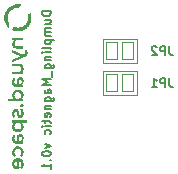
<source format=gbr>
%TF.GenerationSoftware,KiCad,Pcbnew,9.0.0*%
%TF.CreationDate,2025-05-23T16:01:07+04:00*%
%TF.ProjectId,02_06_sensor_temphumid_HDC3022DEJR,30325f30-365f-4736-956e-736f725f7465,rev?*%
%TF.SameCoordinates,Original*%
%TF.FileFunction,Legend,Bot*%
%TF.FilePolarity,Positive*%
%FSLAX46Y46*%
G04 Gerber Fmt 4.6, Leading zero omitted, Abs format (unit mm)*
G04 Created by KiCad (PCBNEW 9.0.0) date 2025-05-23 16:01:07*
%MOMM*%
%LPD*%
G01*
G04 APERTURE LIST*
G04 Aperture macros list*
%AMRoundRect*
0 Rectangle with rounded corners*
0 $1 Rounding radius*
0 $2 $3 $4 $5 $6 $7 $8 $9 X,Y pos of 4 corners*
0 Add a 4 corners polygon primitive as box body*
4,1,4,$2,$3,$4,$5,$6,$7,$8,$9,$2,$3,0*
0 Add four circle primitives for the rounded corners*
1,1,$1+$1,$2,$3*
1,1,$1+$1,$4,$5*
1,1,$1+$1,$6,$7*
1,1,$1+$1,$8,$9*
0 Add four rect primitives between the rounded corners*
20,1,$1+$1,$2,$3,$4,$5,0*
20,1,$1+$1,$4,$5,$6,$7,0*
20,1,$1+$1,$6,$7,$8,$9,0*
20,1,$1+$1,$8,$9,$2,$3,0*%
G04 Aperture macros list end*
%ADD10C,0.175000*%
%ADD11C,0.000000*%
%ADD12C,0.120000*%
%ADD13C,0.100000*%
%ADD14RoundRect,0.050000X-0.175000X-0.975000X0.175000X-0.975000X0.175000X0.975000X-0.175000X0.975000X0*%
%ADD15C,0.554000*%
%ADD16RoundRect,0.050000X-0.500000X-0.750000X0.500000X-0.750000X0.500000X0.750000X-0.500000X0.750000X0*%
G04 APERTURE END LIST*
D10*
X144499114Y-93893702D02*
X143749114Y-93893702D01*
X143749114Y-93893702D02*
X143749114Y-94072273D01*
X143749114Y-94072273D02*
X143784828Y-94179416D01*
X143784828Y-94179416D02*
X143856257Y-94250845D01*
X143856257Y-94250845D02*
X143927685Y-94286559D01*
X143927685Y-94286559D02*
X144070542Y-94322273D01*
X144070542Y-94322273D02*
X144177685Y-94322273D01*
X144177685Y-94322273D02*
X144320542Y-94286559D01*
X144320542Y-94286559D02*
X144391971Y-94250845D01*
X144391971Y-94250845D02*
X144463400Y-94179416D01*
X144463400Y-94179416D02*
X144499114Y-94072273D01*
X144499114Y-94072273D02*
X144499114Y-93893702D01*
X143999114Y-94965131D02*
X144499114Y-94965131D01*
X143999114Y-94643702D02*
X144391971Y-94643702D01*
X144391971Y-94643702D02*
X144463400Y-94679416D01*
X144463400Y-94679416D02*
X144499114Y-94750845D01*
X144499114Y-94750845D02*
X144499114Y-94857988D01*
X144499114Y-94857988D02*
X144463400Y-94929416D01*
X144463400Y-94929416D02*
X144427685Y-94965131D01*
X144499114Y-95322273D02*
X143999114Y-95322273D01*
X144070542Y-95322273D02*
X144034828Y-95357987D01*
X144034828Y-95357987D02*
X143999114Y-95429416D01*
X143999114Y-95429416D02*
X143999114Y-95536559D01*
X143999114Y-95536559D02*
X144034828Y-95607987D01*
X144034828Y-95607987D02*
X144106257Y-95643702D01*
X144106257Y-95643702D02*
X144499114Y-95643702D01*
X144106257Y-95643702D02*
X144034828Y-95679416D01*
X144034828Y-95679416D02*
X143999114Y-95750844D01*
X143999114Y-95750844D02*
X143999114Y-95857987D01*
X143999114Y-95857987D02*
X144034828Y-95929416D01*
X144034828Y-95929416D02*
X144106257Y-95965130D01*
X144106257Y-95965130D02*
X144499114Y-95965130D01*
X143999114Y-96322273D02*
X144749114Y-96322273D01*
X144034828Y-96322273D02*
X143999114Y-96393702D01*
X143999114Y-96393702D02*
X143999114Y-96536559D01*
X143999114Y-96536559D02*
X144034828Y-96607987D01*
X144034828Y-96607987D02*
X144070542Y-96643702D01*
X144070542Y-96643702D02*
X144141971Y-96679416D01*
X144141971Y-96679416D02*
X144356257Y-96679416D01*
X144356257Y-96679416D02*
X144427685Y-96643702D01*
X144427685Y-96643702D02*
X144463400Y-96607987D01*
X144463400Y-96607987D02*
X144499114Y-96536559D01*
X144499114Y-96536559D02*
X144499114Y-96393702D01*
X144499114Y-96393702D02*
X144463400Y-96322273D01*
X144499114Y-97107987D02*
X144463400Y-97036558D01*
X144463400Y-97036558D02*
X144391971Y-97000844D01*
X144391971Y-97000844D02*
X143749114Y-97000844D01*
X144499114Y-97393701D02*
X143999114Y-97393701D01*
X143749114Y-97393701D02*
X143784828Y-97357987D01*
X143784828Y-97357987D02*
X143820542Y-97393701D01*
X143820542Y-97393701D02*
X143784828Y-97429415D01*
X143784828Y-97429415D02*
X143749114Y-97393701D01*
X143749114Y-97393701D02*
X143820542Y-97393701D01*
X143999114Y-97750844D02*
X144499114Y-97750844D01*
X144070542Y-97750844D02*
X144034828Y-97786558D01*
X144034828Y-97786558D02*
X143999114Y-97857987D01*
X143999114Y-97857987D02*
X143999114Y-97965130D01*
X143999114Y-97965130D02*
X144034828Y-98036558D01*
X144034828Y-98036558D02*
X144106257Y-98072273D01*
X144106257Y-98072273D02*
X144499114Y-98072273D01*
X143999114Y-98750844D02*
X144606257Y-98750844D01*
X144606257Y-98750844D02*
X144677685Y-98715129D01*
X144677685Y-98715129D02*
X144713400Y-98679415D01*
X144713400Y-98679415D02*
X144749114Y-98607986D01*
X144749114Y-98607986D02*
X144749114Y-98500844D01*
X144749114Y-98500844D02*
X144713400Y-98429415D01*
X144463400Y-98750844D02*
X144499114Y-98679415D01*
X144499114Y-98679415D02*
X144499114Y-98536558D01*
X144499114Y-98536558D02*
X144463400Y-98465129D01*
X144463400Y-98465129D02*
X144427685Y-98429415D01*
X144427685Y-98429415D02*
X144356257Y-98393701D01*
X144356257Y-98393701D02*
X144141971Y-98393701D01*
X144141971Y-98393701D02*
X144070542Y-98429415D01*
X144070542Y-98429415D02*
X144034828Y-98465129D01*
X144034828Y-98465129D02*
X143999114Y-98536558D01*
X143999114Y-98536558D02*
X143999114Y-98679415D01*
X143999114Y-98679415D02*
X144034828Y-98750844D01*
X144570542Y-98929415D02*
X144570542Y-99500843D01*
X144499114Y-99679415D02*
X143749114Y-99679415D01*
X143749114Y-99679415D02*
X144284828Y-99929415D01*
X144284828Y-99929415D02*
X143749114Y-100179415D01*
X143749114Y-100179415D02*
X144499114Y-100179415D01*
X144499114Y-100857987D02*
X144106257Y-100857987D01*
X144106257Y-100857987D02*
X144034828Y-100822272D01*
X144034828Y-100822272D02*
X143999114Y-100750844D01*
X143999114Y-100750844D02*
X143999114Y-100607987D01*
X143999114Y-100607987D02*
X144034828Y-100536558D01*
X144463400Y-100857987D02*
X144499114Y-100786558D01*
X144499114Y-100786558D02*
X144499114Y-100607987D01*
X144499114Y-100607987D02*
X144463400Y-100536558D01*
X144463400Y-100536558D02*
X144391971Y-100500844D01*
X144391971Y-100500844D02*
X144320542Y-100500844D01*
X144320542Y-100500844D02*
X144249114Y-100536558D01*
X144249114Y-100536558D02*
X144213400Y-100607987D01*
X144213400Y-100607987D02*
X144213400Y-100786558D01*
X144213400Y-100786558D02*
X144177685Y-100857987D01*
X143999114Y-101536558D02*
X144606257Y-101536558D01*
X144606257Y-101536558D02*
X144677685Y-101500843D01*
X144677685Y-101500843D02*
X144713400Y-101465129D01*
X144713400Y-101465129D02*
X144749114Y-101393700D01*
X144749114Y-101393700D02*
X144749114Y-101286558D01*
X144749114Y-101286558D02*
X144713400Y-101215129D01*
X144463400Y-101536558D02*
X144499114Y-101465129D01*
X144499114Y-101465129D02*
X144499114Y-101322272D01*
X144499114Y-101322272D02*
X144463400Y-101250843D01*
X144463400Y-101250843D02*
X144427685Y-101215129D01*
X144427685Y-101215129D02*
X144356257Y-101179415D01*
X144356257Y-101179415D02*
X144141971Y-101179415D01*
X144141971Y-101179415D02*
X144070542Y-101215129D01*
X144070542Y-101215129D02*
X144034828Y-101250843D01*
X144034828Y-101250843D02*
X143999114Y-101322272D01*
X143999114Y-101322272D02*
X143999114Y-101465129D01*
X143999114Y-101465129D02*
X144034828Y-101536558D01*
X143999114Y-101893700D02*
X144499114Y-101893700D01*
X144070542Y-101893700D02*
X144034828Y-101929414D01*
X144034828Y-101929414D02*
X143999114Y-102000843D01*
X143999114Y-102000843D02*
X143999114Y-102107986D01*
X143999114Y-102107986D02*
X144034828Y-102179414D01*
X144034828Y-102179414D02*
X144106257Y-102215129D01*
X144106257Y-102215129D02*
X144499114Y-102215129D01*
X144463400Y-102857985D02*
X144499114Y-102786557D01*
X144499114Y-102786557D02*
X144499114Y-102643700D01*
X144499114Y-102643700D02*
X144463400Y-102572271D01*
X144463400Y-102572271D02*
X144391971Y-102536557D01*
X144391971Y-102536557D02*
X144106257Y-102536557D01*
X144106257Y-102536557D02*
X144034828Y-102572271D01*
X144034828Y-102572271D02*
X143999114Y-102643700D01*
X143999114Y-102643700D02*
X143999114Y-102786557D01*
X143999114Y-102786557D02*
X144034828Y-102857985D01*
X144034828Y-102857985D02*
X144106257Y-102893700D01*
X144106257Y-102893700D02*
X144177685Y-102893700D01*
X144177685Y-102893700D02*
X144249114Y-102536557D01*
X143999114Y-103107985D02*
X143999114Y-103393699D01*
X143749114Y-103215128D02*
X144391971Y-103215128D01*
X144391971Y-103215128D02*
X144463400Y-103250842D01*
X144463400Y-103250842D02*
X144499114Y-103322271D01*
X144499114Y-103322271D02*
X144499114Y-103393699D01*
X144499114Y-103643699D02*
X143999114Y-103643699D01*
X143749114Y-103643699D02*
X143784828Y-103607985D01*
X143784828Y-103607985D02*
X143820542Y-103643699D01*
X143820542Y-103643699D02*
X143784828Y-103679413D01*
X143784828Y-103679413D02*
X143749114Y-103643699D01*
X143749114Y-103643699D02*
X143820542Y-103643699D01*
X144463400Y-104322271D02*
X144499114Y-104250842D01*
X144499114Y-104250842D02*
X144499114Y-104107985D01*
X144499114Y-104107985D02*
X144463400Y-104036556D01*
X144463400Y-104036556D02*
X144427685Y-104000842D01*
X144427685Y-104000842D02*
X144356257Y-103965128D01*
X144356257Y-103965128D02*
X144141971Y-103965128D01*
X144141971Y-103965128D02*
X144070542Y-104000842D01*
X144070542Y-104000842D02*
X144034828Y-104036556D01*
X144034828Y-104036556D02*
X143999114Y-104107985D01*
X143999114Y-104107985D02*
X143999114Y-104250842D01*
X143999114Y-104250842D02*
X144034828Y-104322271D01*
X143999114Y-105143699D02*
X144499114Y-105322271D01*
X144499114Y-105322271D02*
X143999114Y-105500842D01*
X143749114Y-105929414D02*
X143749114Y-106000843D01*
X143749114Y-106000843D02*
X143784828Y-106072271D01*
X143784828Y-106072271D02*
X143820542Y-106107986D01*
X143820542Y-106107986D02*
X143891971Y-106143700D01*
X143891971Y-106143700D02*
X144034828Y-106179414D01*
X144034828Y-106179414D02*
X144213400Y-106179414D01*
X144213400Y-106179414D02*
X144356257Y-106143700D01*
X144356257Y-106143700D02*
X144427685Y-106107986D01*
X144427685Y-106107986D02*
X144463400Y-106072271D01*
X144463400Y-106072271D02*
X144499114Y-106000843D01*
X144499114Y-106000843D02*
X144499114Y-105929414D01*
X144499114Y-105929414D02*
X144463400Y-105857986D01*
X144463400Y-105857986D02*
X144427685Y-105822271D01*
X144427685Y-105822271D02*
X144356257Y-105786557D01*
X144356257Y-105786557D02*
X144213400Y-105750843D01*
X144213400Y-105750843D02*
X144034828Y-105750843D01*
X144034828Y-105750843D02*
X143891971Y-105786557D01*
X143891971Y-105786557D02*
X143820542Y-105822271D01*
X143820542Y-105822271D02*
X143784828Y-105857986D01*
X143784828Y-105857986D02*
X143749114Y-105929414D01*
X144427685Y-106500843D02*
X144463400Y-106536557D01*
X144463400Y-106536557D02*
X144499114Y-106500843D01*
X144499114Y-106500843D02*
X144463400Y-106465129D01*
X144463400Y-106465129D02*
X144427685Y-106500843D01*
X144427685Y-106500843D02*
X144499114Y-106500843D01*
X144499114Y-107250843D02*
X144499114Y-106822272D01*
X144499114Y-107036557D02*
X143749114Y-107036557D01*
X143749114Y-107036557D02*
X143856257Y-106965129D01*
X143856257Y-106965129D02*
X143927685Y-106893700D01*
X143927685Y-106893700D02*
X143963400Y-106822272D01*
X154524999Y-96887864D02*
X154524999Y-97423578D01*
X154524999Y-97423578D02*
X154560714Y-97530721D01*
X154560714Y-97530721D02*
X154632142Y-97602150D01*
X154632142Y-97602150D02*
X154739285Y-97637864D01*
X154739285Y-97637864D02*
X154810714Y-97637864D01*
X154167856Y-97637864D02*
X154167856Y-96887864D01*
X154167856Y-96887864D02*
X153882142Y-96887864D01*
X153882142Y-96887864D02*
X153810713Y-96923578D01*
X153810713Y-96923578D02*
X153774999Y-96959292D01*
X153774999Y-96959292D02*
X153739285Y-97030721D01*
X153739285Y-97030721D02*
X153739285Y-97137864D01*
X153739285Y-97137864D02*
X153774999Y-97209292D01*
X153774999Y-97209292D02*
X153810713Y-97245007D01*
X153810713Y-97245007D02*
X153882142Y-97280721D01*
X153882142Y-97280721D02*
X154167856Y-97280721D01*
X153453570Y-96959292D02*
X153417856Y-96923578D01*
X153417856Y-96923578D02*
X153346428Y-96887864D01*
X153346428Y-96887864D02*
X153167856Y-96887864D01*
X153167856Y-96887864D02*
X153096428Y-96923578D01*
X153096428Y-96923578D02*
X153060713Y-96959292D01*
X153060713Y-96959292D02*
X153024999Y-97030721D01*
X153024999Y-97030721D02*
X153024999Y-97102150D01*
X153024999Y-97102150D02*
X153060713Y-97209292D01*
X153060713Y-97209292D02*
X153489285Y-97637864D01*
X153489285Y-97637864D02*
X153024999Y-97637864D01*
X154524999Y-99587864D02*
X154524999Y-100123578D01*
X154524999Y-100123578D02*
X154560714Y-100230721D01*
X154560714Y-100230721D02*
X154632142Y-100302150D01*
X154632142Y-100302150D02*
X154739285Y-100337864D01*
X154739285Y-100337864D02*
X154810714Y-100337864D01*
X154167856Y-100337864D02*
X154167856Y-99587864D01*
X154167856Y-99587864D02*
X153882142Y-99587864D01*
X153882142Y-99587864D02*
X153810713Y-99623578D01*
X153810713Y-99623578D02*
X153774999Y-99659292D01*
X153774999Y-99659292D02*
X153739285Y-99730721D01*
X153739285Y-99730721D02*
X153739285Y-99837864D01*
X153739285Y-99837864D02*
X153774999Y-99909292D01*
X153774999Y-99909292D02*
X153810713Y-99945007D01*
X153810713Y-99945007D02*
X153882142Y-99980721D01*
X153882142Y-99980721D02*
X154167856Y-99980721D01*
X153024999Y-100337864D02*
X153453570Y-100337864D01*
X153239285Y-100337864D02*
X153239285Y-99587864D01*
X153239285Y-99587864D02*
X153310713Y-99695007D01*
X153310713Y-99695007D02*
X153382142Y-99766435D01*
X153382142Y-99766435D02*
X153453570Y-99802150D01*
D11*
%TO.C,G\u002A\u002A\u002A*%
G36*
X142059590Y-101748960D02*
G01*
X142085638Y-101752981D01*
X142107029Y-101760145D01*
X142132225Y-101776217D01*
X142154979Y-101798753D01*
X142172756Y-101825332D01*
X142183924Y-101853965D01*
X142185657Y-101865771D01*
X142186491Y-101882361D01*
X142186206Y-101899937D01*
X142181619Y-101929823D01*
X142169758Y-101960611D01*
X142151448Y-101987279D01*
X142127350Y-102008892D01*
X142098124Y-102024517D01*
X142097228Y-102024862D01*
X142071676Y-102031407D01*
X142042520Y-102033908D01*
X142013230Y-102032302D01*
X141987278Y-102026527D01*
X141986399Y-102026221D01*
X141964348Y-102015001D01*
X141942635Y-101997956D01*
X141923519Y-101977165D01*
X141909257Y-101954707D01*
X141906469Y-101948855D01*
X141901902Y-101937362D01*
X141899263Y-101925898D01*
X141898047Y-101911711D01*
X141897747Y-101892047D01*
X141897854Y-101877472D01*
X141898671Y-101862384D01*
X141900790Y-101850579D01*
X141904796Y-101839183D01*
X141911269Y-101825324D01*
X141913472Y-101821010D01*
X141932615Y-101792949D01*
X141956853Y-101771107D01*
X141985690Y-101755946D01*
X142005534Y-101750765D01*
X142031888Y-101748187D01*
X142059590Y-101748960D01*
G37*
G36*
X141637106Y-98341908D02*
G01*
X141684688Y-98342198D01*
X141726176Y-98342748D01*
X141762199Y-98343585D01*
X141793388Y-98344735D01*
X141820370Y-98346224D01*
X141843777Y-98348079D01*
X141864237Y-98350326D01*
X141882381Y-98352991D01*
X141898837Y-98356101D01*
X141914235Y-98359682D01*
X141928905Y-98363665D01*
X141980992Y-98382592D01*
X142027451Y-98407508D01*
X142068201Y-98438319D01*
X142103160Y-98474928D01*
X142132247Y-98517238D01*
X142155380Y-98565153D01*
X142172478Y-98618578D01*
X142183459Y-98677415D01*
X142186606Y-98709688D01*
X142187065Y-98769139D01*
X142180534Y-98826299D01*
X142167196Y-98880514D01*
X142147233Y-98931129D01*
X142120828Y-98977491D01*
X142088163Y-99018943D01*
X142059756Y-99049772D01*
X142117771Y-99049772D01*
X142175786Y-99049772D01*
X142175786Y-99154816D01*
X142175786Y-99259860D01*
X141706179Y-99259860D01*
X141236571Y-99259860D01*
X141236571Y-99148803D01*
X141236571Y-99037746D01*
X141509479Y-99036427D01*
X141526630Y-99036345D01*
X141580349Y-99036092D01*
X141626703Y-99035832D01*
X141666369Y-99035504D01*
X141700023Y-99035047D01*
X141728341Y-99034397D01*
X141751999Y-99033495D01*
X141771674Y-99032277D01*
X141788042Y-99030682D01*
X141801779Y-99028648D01*
X141813562Y-99026114D01*
X141824067Y-99023017D01*
X141833971Y-99019295D01*
X141843949Y-99014888D01*
X141854678Y-99009733D01*
X141866834Y-99003768D01*
X141884010Y-98994454D01*
X141916759Y-98970636D01*
X141944007Y-98941993D01*
X141964595Y-98909640D01*
X141977041Y-98880124D01*
X141987715Y-98840565D01*
X141992729Y-98799942D01*
X141992204Y-98759533D01*
X141986265Y-98720617D01*
X141975035Y-98684472D01*
X141958637Y-98652378D01*
X141937194Y-98625613D01*
X141935158Y-98623628D01*
X141909923Y-98603597D01*
X141879860Y-98587683D01*
X141843455Y-98575070D01*
X141842595Y-98574829D01*
X141836213Y-98573111D01*
X141829851Y-98571628D01*
X141822874Y-98570360D01*
X141814646Y-98569285D01*
X141804532Y-98568384D01*
X141791898Y-98567636D01*
X141776107Y-98567019D01*
X141756525Y-98566513D01*
X141732516Y-98566098D01*
X141703444Y-98565753D01*
X141668675Y-98565456D01*
X141627573Y-98565188D01*
X141579503Y-98564928D01*
X141523830Y-98564654D01*
X141236438Y-98563273D01*
X141237534Y-98453287D01*
X141238631Y-98343301D01*
X141494032Y-98342119D01*
X141521141Y-98342005D01*
X141582800Y-98341852D01*
X141637106Y-98341908D01*
G37*
G36*
X142175786Y-96260774D02*
G01*
X142175786Y-96371808D01*
X141898759Y-96373254D01*
X141881349Y-96373344D01*
X141827083Y-96373626D01*
X141780203Y-96373914D01*
X141740052Y-96374264D01*
X141705972Y-96374735D01*
X141677304Y-96375384D01*
X141653390Y-96376268D01*
X141633571Y-96377446D01*
X141617189Y-96378974D01*
X141603587Y-96380911D01*
X141592105Y-96383314D01*
X141582085Y-96386241D01*
X141572870Y-96389749D01*
X141563800Y-96393895D01*
X141554217Y-96398738D01*
X141543464Y-96404335D01*
X141520902Y-96417923D01*
X141489486Y-96444508D01*
X141463095Y-96477087D01*
X141442234Y-96514993D01*
X141427409Y-96557557D01*
X141424378Y-96572270D01*
X141421394Y-96598470D01*
X141420237Y-96627396D01*
X141420904Y-96656356D01*
X141423388Y-96682661D01*
X141427685Y-96703618D01*
X141432273Y-96717707D01*
X141448118Y-96753111D01*
X141468635Y-96782295D01*
X141494482Y-96806073D01*
X141526322Y-96825261D01*
X141534819Y-96829366D01*
X141545399Y-96834168D01*
X141555834Y-96838306D01*
X141566769Y-96841830D01*
X141578850Y-96844790D01*
X141592721Y-96847233D01*
X141609027Y-96849211D01*
X141628413Y-96850771D01*
X141651523Y-96851963D01*
X141679003Y-96852837D01*
X141711497Y-96853441D01*
X141749651Y-96853826D01*
X141794108Y-96854039D01*
X141845515Y-96854131D01*
X141904515Y-96854151D01*
X142175921Y-96854151D01*
X142174824Y-96964344D01*
X142173727Y-97074537D01*
X141914207Y-97075742D01*
X141886074Y-97075861D01*
X141824610Y-97076014D01*
X141770494Y-97075963D01*
X141723098Y-97075681D01*
X141681796Y-97075144D01*
X141645961Y-97074325D01*
X141614967Y-97073199D01*
X141588186Y-97071740D01*
X141564991Y-97069922D01*
X141544758Y-97067720D01*
X141526857Y-97065107D01*
X141510663Y-97062058D01*
X141495549Y-97058548D01*
X141487352Y-97056378D01*
X141435836Y-97038201D01*
X141389367Y-97013574D01*
X141348148Y-96982702D01*
X141312387Y-96945794D01*
X141282288Y-96903057D01*
X141258058Y-96854698D01*
X141239903Y-96800925D01*
X141239583Y-96799697D01*
X141235495Y-96778383D01*
X141232284Y-96751178D01*
X141230034Y-96720240D01*
X141228826Y-96687724D01*
X141228744Y-96655789D01*
X141229871Y-96626592D01*
X141232288Y-96602289D01*
X141238370Y-96569431D01*
X141253802Y-96516535D01*
X141275369Y-96467185D01*
X141302556Y-96422478D01*
X141334847Y-96383513D01*
X141357835Y-96359827D01*
X141297203Y-96359827D01*
X141236571Y-96359827D01*
X141236571Y-96254783D01*
X141236571Y-96149740D01*
X141706179Y-96149740D01*
X142175786Y-96149740D01*
X142175786Y-96260774D01*
G37*
G36*
X141732654Y-93301314D02*
G01*
X141771667Y-93302172D01*
X141807832Y-93303704D01*
X141839438Y-93305909D01*
X141864774Y-93308785D01*
X141870753Y-93309688D01*
X141905016Y-93315358D01*
X141940254Y-93321929D01*
X141974179Y-93328931D01*
X142004501Y-93335897D01*
X142028931Y-93342357D01*
X142039911Y-93346045D01*
X142047824Y-93349808D01*
X142049528Y-93352388D01*
X142049465Y-93352442D01*
X142044861Y-93356293D01*
X142035326Y-93364228D01*
X142022218Y-93375117D01*
X142006892Y-93387832D01*
X141974650Y-93415041D01*
X141932626Y-93451621D01*
X141889629Y-93490119D01*
X141848180Y-93528269D01*
X141810804Y-93563809D01*
X141760927Y-93612211D01*
X141703688Y-93612216D01*
X141661811Y-93613129D01*
X141576930Y-93620695D01*
X141494616Y-93635728D01*
X141415253Y-93658002D01*
X141339222Y-93687290D01*
X141266905Y-93723366D01*
X141198686Y-93766002D01*
X141134945Y-93814972D01*
X141076065Y-93870049D01*
X141022429Y-93931007D01*
X140974418Y-93997619D01*
X140932415Y-94069658D01*
X140912546Y-94109958D01*
X140885697Y-94174595D01*
X140865509Y-94239089D01*
X140851582Y-94305101D01*
X140843513Y-94374294D01*
X140840901Y-94448330D01*
X140843033Y-94513095D01*
X140852150Y-94592895D01*
X140868569Y-94669333D01*
X140892435Y-94742917D01*
X140923889Y-94814154D01*
X140963073Y-94883551D01*
X140985928Y-94919955D01*
X140973344Y-94981822D01*
X140970686Y-94995084D01*
X140957232Y-95069758D01*
X140946217Y-95145781D01*
X140937139Y-95226535D01*
X140930103Y-95298157D01*
X140880425Y-95247132D01*
X140861456Y-95227278D01*
X140805285Y-95163222D01*
X140755489Y-95097427D01*
X140710674Y-95027951D01*
X140669449Y-94952851D01*
X140664215Y-94942439D01*
X140628752Y-94864828D01*
X140600354Y-94788232D01*
X140578502Y-94710851D01*
X140562677Y-94630885D01*
X140552360Y-94546533D01*
X140552005Y-94542323D01*
X140550230Y-94510280D01*
X140549459Y-94473139D01*
X140549635Y-94433118D01*
X140550706Y-94392435D01*
X140552615Y-94353308D01*
X140555309Y-94317956D01*
X140558731Y-94288596D01*
X140562792Y-94263041D01*
X140582936Y-94169336D01*
X140610949Y-94077733D01*
X140646664Y-93988610D01*
X140689916Y-93902347D01*
X140740540Y-93819321D01*
X140798370Y-93739911D01*
X140799538Y-93738446D01*
X140816674Y-93718236D01*
X140838540Y-93694217D01*
X140863713Y-93667807D01*
X140890772Y-93640425D01*
X140918293Y-93613487D01*
X140944855Y-93588411D01*
X140969034Y-93566615D01*
X140989409Y-93549517D01*
X141007963Y-93535100D01*
X141088095Y-93479247D01*
X141172362Y-93430446D01*
X141260438Y-93388837D01*
X141351998Y-93354561D01*
X141446716Y-93327761D01*
X141544266Y-93308578D01*
X141554711Y-93307167D01*
X141582315Y-93304640D01*
X141615622Y-93302792D01*
X141652921Y-93301623D01*
X141692501Y-93301130D01*
X141732654Y-93301314D01*
G37*
G36*
X141755809Y-105338039D02*
G01*
X141814794Y-105347098D01*
X141871699Y-105362846D01*
X141925317Y-105385285D01*
X141969983Y-105410821D01*
X142018231Y-105446868D01*
X142061092Y-105488744D01*
X142098251Y-105535980D01*
X142129393Y-105588109D01*
X142154203Y-105644662D01*
X142172368Y-105705172D01*
X142183571Y-105769171D01*
X142187568Y-105822596D01*
X142186269Y-105886486D01*
X142178231Y-105947431D01*
X142163642Y-106004964D01*
X142142692Y-106058622D01*
X142115569Y-106107937D01*
X142082461Y-106152444D01*
X142043557Y-106191676D01*
X141999045Y-106225170D01*
X141996622Y-106226724D01*
X141983945Y-106234570D01*
X141974279Y-106240093D01*
X141969552Y-106242182D01*
X141968268Y-106240911D01*
X141963212Y-106233666D01*
X141955033Y-106220872D01*
X141944348Y-106203519D01*
X141931771Y-106182598D01*
X141917920Y-106159099D01*
X141869396Y-106076016D01*
X141883563Y-106065590D01*
X141890646Y-106060107D01*
X141911244Y-106041638D01*
X141931580Y-106020241D01*
X141949427Y-105998371D01*
X141962559Y-105978483D01*
X141968744Y-105966906D01*
X141981925Y-105937210D01*
X141990493Y-105907673D01*
X141995087Y-105875647D01*
X141996345Y-105838484D01*
X141996041Y-105823119D01*
X141991918Y-105778443D01*
X141982600Y-105738941D01*
X141967581Y-105703316D01*
X141946355Y-105670270D01*
X141918417Y-105638504D01*
X141904842Y-105625554D01*
X141874961Y-105601950D01*
X141843430Y-105584140D01*
X141808785Y-105571531D01*
X141769567Y-105563528D01*
X141724313Y-105559536D01*
X141695085Y-105559115D01*
X141643995Y-105563334D01*
X141597625Y-105574164D01*
X141555730Y-105591695D01*
X141518065Y-105616016D01*
X141484385Y-105647216D01*
X141469174Y-105665529D01*
X141445931Y-105702651D01*
X141429031Y-105743080D01*
X141418464Y-105785734D01*
X141414223Y-105829531D01*
X141416296Y-105873391D01*
X141424677Y-105916232D01*
X141439355Y-105956973D01*
X141460321Y-105994532D01*
X141487567Y-106027829D01*
X141492605Y-106032873D01*
X141506583Y-106046312D01*
X141519399Y-106057925D01*
X141528795Y-106065641D01*
X141542962Y-106076016D01*
X141494438Y-106159099D01*
X141485940Y-106173566D01*
X141472776Y-106195625D01*
X141461252Y-106214507D01*
X141451986Y-106229221D01*
X141445595Y-106238777D01*
X141442696Y-106242182D01*
X141440993Y-106241572D01*
X141433418Y-106237448D01*
X141421585Y-106230291D01*
X141407194Y-106221108D01*
X141405582Y-106220048D01*
X141363306Y-106187236D01*
X141326154Y-106148236D01*
X141294417Y-106103525D01*
X141268388Y-106053581D01*
X141248361Y-105998880D01*
X141234627Y-105939899D01*
X141233385Y-105931841D01*
X141230497Y-105903258D01*
X141228848Y-105869971D01*
X141228439Y-105834552D01*
X141229269Y-105799568D01*
X141231338Y-105767591D01*
X141234646Y-105741189D01*
X141238166Y-105722554D01*
X141254930Y-105659459D01*
X141278284Y-105600812D01*
X141308006Y-105546932D01*
X141343869Y-105498136D01*
X141385650Y-105454741D01*
X141433125Y-105417066D01*
X141486068Y-105385426D01*
X141523191Y-105368687D01*
X141578435Y-105350993D01*
X141636423Y-105339987D01*
X141695950Y-105335668D01*
X141755809Y-105338039D01*
G37*
G36*
X141768978Y-100540876D02*
G01*
X141816671Y-100546964D01*
X141859851Y-100556556D01*
X141900371Y-100570087D01*
X141940088Y-100587994D01*
X141948755Y-100592531D01*
X141993788Y-100620760D01*
X142036308Y-100655022D01*
X142074885Y-100693908D01*
X142108090Y-100736006D01*
X142134495Y-100779905D01*
X142138244Y-100787535D01*
X142154211Y-100826130D01*
X142167943Y-100869235D01*
X142178585Y-100913865D01*
X142185282Y-100957038D01*
X142187325Y-100982413D01*
X142186934Y-101040622D01*
X142179603Y-101097291D01*
X142165599Y-101151520D01*
X142145189Y-101202409D01*
X142118640Y-101249058D01*
X142086220Y-101290569D01*
X142059992Y-101319306D01*
X142116859Y-101320454D01*
X142173727Y-101321601D01*
X142174827Y-101425615D01*
X142175928Y-101529629D01*
X141522869Y-101529629D01*
X140869811Y-101529629D01*
X140870909Y-101421496D01*
X140872008Y-101313363D01*
X141110283Y-101312299D01*
X141348559Y-101311236D01*
X141328238Y-101289001D01*
X141304460Y-101260346D01*
X141279707Y-101222301D01*
X141259289Y-101179832D01*
X141242268Y-101131221D01*
X141238723Y-101117340D01*
X141233666Y-101087747D01*
X141230228Y-101053674D01*
X141414833Y-101053674D01*
X141418655Y-101088757D01*
X141430041Y-101134301D01*
X141448073Y-101175614D01*
X141472299Y-101212313D01*
X141502268Y-101244015D01*
X141537527Y-101270337D01*
X141577623Y-101290895D01*
X141622105Y-101305308D01*
X141670520Y-101313191D01*
X141722415Y-101314163D01*
X141733808Y-101313515D01*
X141766517Y-101310201D01*
X141794824Y-101304508D01*
X141821563Y-101295748D01*
X141849565Y-101283231D01*
X141871917Y-101270902D01*
X141909149Y-101243456D01*
X141940483Y-101210496D01*
X141965498Y-101172500D01*
X141983771Y-101129952D01*
X141988413Y-101114820D01*
X141992812Y-101095575D01*
X141995415Y-101075028D01*
X141996781Y-101049723D01*
X141997041Y-101040076D01*
X141996889Y-101012225D01*
X141994906Y-100988782D01*
X141990751Y-100966894D01*
X141984082Y-100943705D01*
X141973824Y-100917389D01*
X141952101Y-100878942D01*
X141924266Y-100844592D01*
X141891338Y-100815525D01*
X141854337Y-100792925D01*
X141835939Y-100784259D01*
X141812323Y-100774732D01*
X141789876Y-100768181D01*
X141766261Y-100764109D01*
X141739141Y-100762019D01*
X141706179Y-100761414D01*
X141704036Y-100761414D01*
X141673366Y-100761864D01*
X141648517Y-100763490D01*
X141627242Y-100766756D01*
X141607291Y-100772123D01*
X141586415Y-100780056D01*
X141562366Y-100791016D01*
X141523179Y-100814026D01*
X141489161Y-100842987D01*
X141461098Y-100877103D01*
X141439312Y-100915802D01*
X141424125Y-100958512D01*
X141415858Y-101004660D01*
X141414833Y-101053674D01*
X141230228Y-101053674D01*
X141230224Y-101053639D01*
X141228482Y-101017309D01*
X141228525Y-100981048D01*
X141230439Y-100947149D01*
X141234310Y-100917904D01*
X141243651Y-100876367D01*
X141263250Y-100817261D01*
X141289388Y-100763095D01*
X141322130Y-100713742D01*
X141361539Y-100669075D01*
X141386683Y-100645844D01*
X141433954Y-100610291D01*
X141484840Y-100581895D01*
X141539556Y-100560578D01*
X141598316Y-100546263D01*
X141661338Y-100538874D01*
X141704036Y-100538532D01*
X141728835Y-100538334D01*
X141768978Y-100540876D01*
G37*
G36*
X142795665Y-94087580D02*
G01*
X142799240Y-94097523D01*
X142803951Y-94112997D01*
X142809389Y-94132473D01*
X142815145Y-94154422D01*
X142820811Y-94177315D01*
X142825978Y-94199623D01*
X142830237Y-94219817D01*
X142831519Y-94226469D01*
X142836037Y-94252758D01*
X142840248Y-94282308D01*
X142844372Y-94316775D01*
X142848631Y-94357816D01*
X142848810Y-94359788D01*
X142849790Y-94377157D01*
X142850400Y-94400498D01*
X142850656Y-94427851D01*
X142850573Y-94457255D01*
X142850164Y-94486747D01*
X142849446Y-94514366D01*
X142848433Y-94538150D01*
X142847139Y-94556139D01*
X142837566Y-94631732D01*
X142821963Y-94712461D01*
X142800786Y-94789937D01*
X142773501Y-94866068D01*
X142739578Y-94942766D01*
X142713316Y-94994410D01*
X142669492Y-95069404D01*
X142620857Y-95139695D01*
X142566268Y-95206886D01*
X142504584Y-95272579D01*
X142462723Y-95312217D01*
X142389526Y-95372546D01*
X142311456Y-95426513D01*
X142229028Y-95473860D01*
X142142756Y-95514331D01*
X142053155Y-95547667D01*
X141960739Y-95573612D01*
X141866025Y-95591908D01*
X141846731Y-95594370D01*
X141812114Y-95597379D01*
X141772777Y-95599507D01*
X141730810Y-95600725D01*
X141688306Y-95601003D01*
X141647355Y-95600313D01*
X141610048Y-95598625D01*
X141578479Y-95595910D01*
X141531560Y-95589609D01*
X141443914Y-95572791D01*
X141361205Y-95550028D01*
X141283944Y-95521449D01*
X141266806Y-95514211D01*
X141249387Y-95506872D01*
X141235552Y-95501061D01*
X141227303Y-95497622D01*
X141219357Y-95493397D01*
X141215975Y-95489663D01*
X141216388Y-95487793D01*
X141219947Y-95479106D01*
X141226708Y-95464895D01*
X141236132Y-95446148D01*
X141247681Y-95423852D01*
X141260817Y-95398995D01*
X141275000Y-95372563D01*
X141289691Y-95345543D01*
X141304354Y-95318924D01*
X141318447Y-95293691D01*
X141331434Y-95270832D01*
X141342775Y-95251335D01*
X141351932Y-95236186D01*
X141358366Y-95226373D01*
X141361539Y-95222883D01*
X141362160Y-95223065D01*
X141368402Y-95225328D01*
X141379835Y-95229633D01*
X141394619Y-95235289D01*
X141450543Y-95254277D01*
X141519749Y-95271196D01*
X141593071Y-95282233D01*
X141671517Y-95287577D01*
X141694643Y-95288090D01*
X141769987Y-95286391D01*
X141840861Y-95279152D01*
X141908752Y-95266108D01*
X141975147Y-95246992D01*
X142041533Y-95221541D01*
X142102809Y-95192590D01*
X142177226Y-95149489D01*
X142246729Y-95099792D01*
X142311231Y-95043559D01*
X142349500Y-95004323D01*
X142401203Y-94941684D01*
X142446046Y-94874715D01*
X142483815Y-94803831D01*
X142514298Y-94729449D01*
X142537281Y-94651985D01*
X142552551Y-94571856D01*
X142554916Y-94550763D01*
X142557157Y-94518596D01*
X142558514Y-94482712D01*
X142558964Y-94445488D01*
X142558483Y-94409305D01*
X142557051Y-94376542D01*
X142554644Y-94349577D01*
X142554499Y-94348440D01*
X142551772Y-94330267D01*
X142547884Y-94308277D01*
X142543253Y-94284460D01*
X142538295Y-94260808D01*
X142533425Y-94239312D01*
X142529061Y-94221963D01*
X142525618Y-94210752D01*
X142524976Y-94208936D01*
X142524494Y-94204773D01*
X142526770Y-94200944D01*
X142532992Y-94196517D01*
X142544346Y-94190559D01*
X142562020Y-94182136D01*
X142596932Y-94165877D01*
X142636863Y-94147620D01*
X142673648Y-94131174D01*
X142706677Y-94116794D01*
X142735341Y-94104735D01*
X142759030Y-94095254D01*
X142777137Y-94088605D01*
X142789050Y-94085043D01*
X142794162Y-94084825D01*
X142795665Y-94087580D01*
G37*
G36*
X141706615Y-103152659D02*
G01*
X141877132Y-103152659D01*
X142517694Y-103152659D01*
X142517694Y-103261822D01*
X142517694Y-103370985D01*
X142291129Y-103370985D01*
X142264744Y-103371007D01*
X142223900Y-103371134D01*
X142186089Y-103371362D01*
X142152055Y-103371681D01*
X142122541Y-103372081D01*
X142098291Y-103372550D01*
X142080049Y-103373078D01*
X142068559Y-103373655D01*
X142064564Y-103374268D01*
X142066125Y-103377146D01*
X142072270Y-103384437D01*
X142081481Y-103393835D01*
X142092925Y-103405546D01*
X142122043Y-103442914D01*
X142145931Y-103485479D01*
X142164485Y-103532293D01*
X142177603Y-103582408D01*
X142185181Y-103634877D01*
X142187116Y-103688752D01*
X142183307Y-103743085D01*
X142173649Y-103796930D01*
X142158040Y-103849337D01*
X142136377Y-103899360D01*
X142132637Y-103906552D01*
X142100573Y-103958666D01*
X142062933Y-104004809D01*
X142019958Y-104044831D01*
X141971888Y-104078585D01*
X141918964Y-104105923D01*
X141861426Y-104126695D01*
X141799514Y-104140755D01*
X141733470Y-104147952D01*
X141683087Y-104148506D01*
X141619891Y-104142672D01*
X141559802Y-104129696D01*
X141503243Y-104109873D01*
X141450637Y-104083498D01*
X141402407Y-104050867D01*
X141358974Y-104012276D01*
X141320763Y-103968020D01*
X141288196Y-103918394D01*
X141261696Y-103863695D01*
X141241685Y-103804217D01*
X141237992Y-103789892D01*
X141235247Y-103777151D01*
X141233305Y-103764359D01*
X141232023Y-103749880D01*
X141231254Y-103732075D01*
X141230854Y-103709306D01*
X141230678Y-103679937D01*
X141230670Y-103677219D01*
X141230687Y-103666012D01*
X141414940Y-103666012D01*
X141414978Y-103666678D01*
X141421597Y-103715015D01*
X141435370Y-103759453D01*
X141456001Y-103799604D01*
X141483191Y-103835078D01*
X141516641Y-103865484D01*
X141556056Y-103890434D01*
X141601135Y-103909537D01*
X141609308Y-103912221D01*
X141620744Y-103915542D01*
X141631753Y-103917850D01*
X141644068Y-103919327D01*
X141659422Y-103920156D01*
X141679548Y-103920519D01*
X141706179Y-103920600D01*
X141723748Y-103920573D01*
X141746093Y-103920336D01*
X141763021Y-103919701D01*
X141776265Y-103918487D01*
X141787558Y-103916510D01*
X141798633Y-103913587D01*
X141811223Y-103909537D01*
X141821935Y-103905718D01*
X141864691Y-103885515D01*
X141902435Y-103859375D01*
X141934630Y-103827894D01*
X141960741Y-103791669D01*
X141980232Y-103751299D01*
X141992566Y-103707381D01*
X141994052Y-103698911D01*
X141998283Y-103649667D01*
X141994969Y-103601917D01*
X141984336Y-103556397D01*
X141966609Y-103513839D01*
X141942011Y-103474978D01*
X141910769Y-103440546D01*
X141909538Y-103439423D01*
X141890154Y-103424546D01*
X141865557Y-103409487D01*
X141838371Y-103395719D01*
X141811223Y-103384714D01*
X141803451Y-103382060D01*
X141791955Y-103378546D01*
X141781069Y-103376108D01*
X141769024Y-103374548D01*
X141754051Y-103373667D01*
X141734379Y-103373267D01*
X141708239Y-103373148D01*
X141706615Y-103373146D01*
X141680124Y-103373241D01*
X141659988Y-103373708D01*
X141644424Y-103374714D01*
X141631647Y-103376427D01*
X141619872Y-103379016D01*
X141607314Y-103382649D01*
X141563926Y-103399784D01*
X141523885Y-103423580D01*
X141489548Y-103452929D01*
X141461244Y-103487346D01*
X141439303Y-103526348D01*
X141424052Y-103569449D01*
X141415822Y-103616165D01*
X141414940Y-103666012D01*
X141230687Y-103666012D01*
X141230716Y-103647031D01*
X141231116Y-103623438D01*
X141231969Y-103604918D01*
X141233376Y-103589951D01*
X141235435Y-103577017D01*
X141238248Y-103564595D01*
X141246965Y-103534497D01*
X141268059Y-103482121D01*
X141295459Y-103434864D01*
X141329325Y-103392427D01*
X141356804Y-103362746D01*
X141296688Y-103362746D01*
X141236571Y-103362746D01*
X141236571Y-103257703D01*
X141236571Y-103152659D01*
X141706615Y-103152659D01*
G37*
G36*
X142083270Y-102144981D02*
G01*
X142087630Y-102150026D01*
X142094388Y-102161184D01*
X142102857Y-102177033D01*
X142112351Y-102196152D01*
X142122182Y-102217118D01*
X142131665Y-102238508D01*
X142140111Y-102258902D01*
X142146834Y-102276876D01*
X142148716Y-102282485D01*
X142157303Y-102311889D01*
X142165687Y-102346187D01*
X142173290Y-102382653D01*
X142179534Y-102418566D01*
X142183840Y-102451202D01*
X142184466Y-102458023D01*
X142185829Y-102483730D01*
X142186337Y-102514351D01*
X142186050Y-102547694D01*
X142185025Y-102581572D01*
X142183321Y-102613794D01*
X142180997Y-102642171D01*
X142178113Y-102664514D01*
X142175055Y-102681218D01*
X142160904Y-102737644D01*
X142141965Y-102788390D01*
X142118479Y-102833199D01*
X142090689Y-102871816D01*
X142058838Y-102903983D01*
X142023168Y-102929445D01*
X141983922Y-102947945D01*
X141941342Y-102959227D01*
X141895670Y-102963036D01*
X141888438Y-102962961D01*
X141843659Y-102958770D01*
X141803814Y-102948037D01*
X141768621Y-102930593D01*
X141737800Y-102906264D01*
X141711071Y-102874879D01*
X141688152Y-102836268D01*
X141674389Y-102806747D01*
X141662470Y-102776355D01*
X141652328Y-102744239D01*
X141643508Y-102708770D01*
X141635554Y-102668320D01*
X141628010Y-102621261D01*
X141622856Y-102588234D01*
X141614280Y-102541270D01*
X141605309Y-102501405D01*
X141596030Y-102469017D01*
X141586533Y-102444488D01*
X141575555Y-102423426D01*
X141562658Y-102405742D01*
X141548325Y-102394357D01*
X141531230Y-102388264D01*
X141510046Y-102386457D01*
X141501038Y-102386876D01*
X141476401Y-102393074D01*
X141455281Y-102406558D01*
X141437770Y-102427162D01*
X141423957Y-102454721D01*
X141413932Y-102489070D01*
X141407786Y-102530044D01*
X141405609Y-102577479D01*
X141405782Y-102593757D01*
X141410231Y-102653400D01*
X141420416Y-102711087D01*
X141435991Y-102765215D01*
X141456609Y-102814178D01*
X141474771Y-102850340D01*
X141390728Y-102892302D01*
X141306685Y-102934264D01*
X141293733Y-102908606D01*
X141293033Y-102907215D01*
X141270062Y-102853247D01*
X141251986Y-102793179D01*
X141238926Y-102727614D01*
X141231001Y-102657152D01*
X141228333Y-102582395D01*
X141229132Y-102543876D01*
X141234690Y-102478848D01*
X141245601Y-102419861D01*
X141261932Y-102366716D01*
X141283751Y-102319211D01*
X141311125Y-102277147D01*
X141344123Y-102240325D01*
X141360611Y-102225685D01*
X141398013Y-102199954D01*
X141438221Y-102181954D01*
X141481275Y-102171675D01*
X141527217Y-102169105D01*
X141576086Y-102174231D01*
X141614235Y-102184538D01*
X141651000Y-102202469D01*
X141683611Y-102227433D01*
X141711883Y-102259289D01*
X141735629Y-102297891D01*
X141739740Y-102306028D01*
X141748396Y-102324101D01*
X141755862Y-102341554D01*
X141762427Y-102359482D01*
X141768379Y-102378986D01*
X141774009Y-102401162D01*
X141779606Y-102427108D01*
X141785460Y-102457922D01*
X141791860Y-102494701D01*
X141799096Y-102538545D01*
X141802721Y-102560645D01*
X141808386Y-102593786D01*
X141813374Y-102620563D01*
X141817964Y-102642126D01*
X141822432Y-102659623D01*
X141827056Y-102674202D01*
X141832113Y-102687011D01*
X141837880Y-102699199D01*
X141849798Y-102719197D01*
X141865849Y-102736483D01*
X141884124Y-102746166D01*
X141905265Y-102748558D01*
X141929911Y-102743970D01*
X141948375Y-102735470D01*
X141967173Y-102718632D01*
X141982366Y-102694720D01*
X141993876Y-102663952D01*
X142001625Y-102626545D01*
X142005536Y-102582720D01*
X142005528Y-102532694D01*
X142005445Y-102530553D01*
X141999089Y-102460612D01*
X141985622Y-102394035D01*
X141964703Y-102329520D01*
X141935993Y-102265764D01*
X141928925Y-102251709D01*
X141922232Y-102237740D01*
X141917959Y-102227992D01*
X141916811Y-102224003D01*
X141916983Y-102223853D01*
X141922911Y-102220206D01*
X141934620Y-102213975D01*
X141950794Y-102205787D01*
X141970119Y-102196267D01*
X141991279Y-102186041D01*
X142012958Y-102175735D01*
X142033841Y-102165974D01*
X142052611Y-102157385D01*
X142067955Y-102150593D01*
X142078555Y-102146224D01*
X142083097Y-102144903D01*
X142083270Y-102144981D01*
G37*
G36*
X142448573Y-97170181D02*
G01*
X142456579Y-97180839D01*
X142466097Y-97195080D01*
X142475897Y-97210983D01*
X142484752Y-97226624D01*
X142491432Y-97240079D01*
X142501273Y-97265180D01*
X142512126Y-97300255D01*
X142520571Y-97336182D01*
X142525580Y-97369071D01*
X142526021Y-97373877D01*
X142527388Y-97421153D01*
X142523849Y-97469168D01*
X142515719Y-97515269D01*
X142503313Y-97556800D01*
X142498807Y-97567958D01*
X142476815Y-97608641D01*
X142447102Y-97646837D01*
X142409818Y-97682396D01*
X142365113Y-97715170D01*
X142313138Y-97745011D01*
X142310242Y-97746406D01*
X142299298Y-97751415D01*
X142281627Y-97759341D01*
X142257773Y-97769945D01*
X142228278Y-97782991D01*
X142193685Y-97798243D01*
X142154538Y-97815463D01*
X142111378Y-97834415D01*
X142064748Y-97854862D01*
X142015193Y-97876567D01*
X141963254Y-97899294D01*
X141909474Y-97922804D01*
X141854397Y-97946863D01*
X141798564Y-97971233D01*
X141742520Y-97995676D01*
X141686806Y-98019957D01*
X141631966Y-98043838D01*
X141578543Y-98067083D01*
X141527079Y-98089454D01*
X141478117Y-98110716D01*
X141432201Y-98130630D01*
X141389872Y-98148961D01*
X141351675Y-98165472D01*
X141318151Y-98179925D01*
X141289844Y-98192084D01*
X141267296Y-98201712D01*
X141251050Y-98208573D01*
X141241650Y-98212428D01*
X141240348Y-98212017D01*
X141239038Y-98208230D01*
X141238104Y-98200065D01*
X141237517Y-98186751D01*
X141237246Y-98167515D01*
X141237261Y-98141587D01*
X141237531Y-98108194D01*
X141238631Y-98001911D01*
X141581503Y-97855415D01*
X141584102Y-97854305D01*
X141634266Y-97832843D01*
X141682186Y-97812293D01*
X141727329Y-97792884D01*
X141769160Y-97774848D01*
X141807147Y-97758418D01*
X141840755Y-97743825D01*
X141869451Y-97731301D01*
X141892701Y-97721078D01*
X141909972Y-97713386D01*
X141920729Y-97708458D01*
X141924440Y-97706526D01*
X141924427Y-97706498D01*
X141920282Y-97704386D01*
X141909114Y-97699310D01*
X141891458Y-97691500D01*
X141867847Y-97681187D01*
X141838813Y-97668601D01*
X141804892Y-97653972D01*
X141766615Y-97637529D01*
X141724516Y-97619503D01*
X141679130Y-97600125D01*
X141630989Y-97579623D01*
X141580627Y-97558229D01*
X141236748Y-97412325D01*
X141236660Y-97298012D01*
X141236658Y-97294307D01*
X141236709Y-97264872D01*
X141236870Y-97238442D01*
X141237126Y-97216063D01*
X141237462Y-97198781D01*
X141237862Y-97187645D01*
X141238312Y-97183700D01*
X141241767Y-97185117D01*
X141252346Y-97189636D01*
X141269594Y-97197065D01*
X141293054Y-97207207D01*
X141322270Y-97219864D01*
X141356786Y-97234837D01*
X141396146Y-97251928D01*
X141439894Y-97270940D01*
X141487574Y-97291674D01*
X141538729Y-97313932D01*
X141592905Y-97337517D01*
X141649644Y-97362229D01*
X141708490Y-97387872D01*
X141740166Y-97401677D01*
X141806185Y-97430440D01*
X141865234Y-97456144D01*
X141917714Y-97478956D01*
X141964028Y-97499042D01*
X142004577Y-97516567D01*
X142039762Y-97531699D01*
X142069984Y-97544602D01*
X142095646Y-97555444D01*
X142117148Y-97564390D01*
X142134893Y-97571607D01*
X142149281Y-97577261D01*
X142160714Y-97581517D01*
X142169594Y-97584542D01*
X142176322Y-97586503D01*
X142181300Y-97587564D01*
X142184929Y-97587893D01*
X142187610Y-97587655D01*
X142189745Y-97587017D01*
X142215097Y-97576150D01*
X142249721Y-97557933D01*
X142279821Y-97537906D01*
X142304484Y-97516785D01*
X142322800Y-97495283D01*
X142333856Y-97474115D01*
X142340583Y-97447677D01*
X142343795Y-97411366D01*
X142340827Y-97375044D01*
X142339215Y-97367127D01*
X142331670Y-97341605D01*
X142320949Y-97314893D01*
X142308409Y-97290118D01*
X142295407Y-97270407D01*
X142291278Y-97264995D01*
X142285261Y-97256123D01*
X142282901Y-97251077D01*
X142283166Y-97250558D01*
X142288406Y-97246518D01*
X142299381Y-97239669D01*
X142314800Y-97230699D01*
X142333377Y-97220296D01*
X142353823Y-97209150D01*
X142374850Y-97197947D01*
X142395169Y-97187378D01*
X142413492Y-97178129D01*
X142428530Y-97170891D01*
X142438996Y-97166351D01*
X142443601Y-97165198D01*
X142448573Y-97170181D01*
G37*
G36*
X141744886Y-106343173D02*
G01*
X141807610Y-106351296D01*
X141812474Y-106352245D01*
X141870867Y-106367988D01*
X141925510Y-106390807D01*
X141976037Y-106420281D01*
X142022079Y-106455993D01*
X142063265Y-106497525D01*
X142099228Y-106544457D01*
X142129600Y-106596372D01*
X142154010Y-106652851D01*
X142172090Y-106713474D01*
X142183473Y-106777825D01*
X142185018Y-106795068D01*
X142186198Y-106825036D01*
X142186203Y-106858786D01*
X142185118Y-106893922D01*
X142183029Y-106928046D01*
X142180020Y-106958760D01*
X142176177Y-106983668D01*
X142169191Y-107014516D01*
X142151516Y-107070413D01*
X142128236Y-107120943D01*
X142098966Y-107166875D01*
X142063320Y-107208981D01*
X142034765Y-107238625D01*
X141977155Y-107188385D01*
X141959885Y-107173350D01*
X141942078Y-107157907D01*
X141926822Y-107144738D01*
X141915334Y-107134892D01*
X141908830Y-107129419D01*
X141898114Y-107120694D01*
X141921387Y-107094976D01*
X141931799Y-107082571D01*
X141953869Y-107049907D01*
X141972602Y-107013202D01*
X141986442Y-106975316D01*
X141987178Y-106972673D01*
X141992006Y-106948834D01*
X141995552Y-106919651D01*
X141997700Y-106887607D01*
X141998335Y-106855185D01*
X141997342Y-106824866D01*
X141994606Y-106799134D01*
X141987641Y-106766359D01*
X141972337Y-106721897D01*
X141951319Y-106681496D01*
X141925146Y-106646007D01*
X141894377Y-106616281D01*
X141859570Y-106593172D01*
X141858285Y-106592493D01*
X141841377Y-106584275D01*
X141823083Y-106576433D01*
X141805589Y-106569799D01*
X141791080Y-106565208D01*
X141781742Y-106563492D01*
X141781478Y-106563565D01*
X141780531Y-106565333D01*
X141779700Y-106569810D01*
X141778978Y-106577458D01*
X141778358Y-106588737D01*
X141777832Y-106604108D01*
X141777395Y-106624032D01*
X141777038Y-106648969D01*
X141776755Y-106679380D01*
X141776540Y-106715726D01*
X141776384Y-106758468D01*
X141776282Y-106808066D01*
X141776225Y-106864982D01*
X141776208Y-106929675D01*
X141776204Y-106970550D01*
X141776178Y-107029303D01*
X141776119Y-107080628D01*
X141776020Y-107125022D01*
X141775870Y-107162984D01*
X141775662Y-107195011D01*
X141775386Y-107221601D01*
X141775034Y-107243253D01*
X141774596Y-107260464D01*
X141774065Y-107273732D01*
X141773431Y-107283556D01*
X141772686Y-107290432D01*
X141771820Y-107294859D01*
X141770825Y-107297335D01*
X141769692Y-107298358D01*
X141764385Y-107299500D01*
X141750950Y-107300548D01*
X141732251Y-107300928D01*
X141710026Y-107300687D01*
X141686013Y-107299869D01*
X141661949Y-107298522D01*
X141639573Y-107296690D01*
X141620622Y-107294420D01*
X141565537Y-107283144D01*
X141507403Y-107263839D01*
X141453540Y-107237840D01*
X141404348Y-107205498D01*
X141360228Y-107167166D01*
X141321579Y-107123199D01*
X141288803Y-107073949D01*
X141262300Y-107019769D01*
X141242469Y-106961011D01*
X141238729Y-106944706D01*
X141233734Y-106912603D01*
X141230305Y-106876154D01*
X141228568Y-106838574D01*
X141404535Y-106838574D01*
X141406507Y-106870259D01*
X141411125Y-106897161D01*
X141416468Y-106915244D01*
X141434136Y-106955847D01*
X141458332Y-106993447D01*
X141487981Y-107026529D01*
X141522010Y-107053579D01*
X141529391Y-107058068D01*
X141547871Y-107067472D01*
X141568754Y-107076332D01*
X141589652Y-107083761D01*
X141608178Y-107088870D01*
X141621945Y-107090771D01*
X141632030Y-107090771D01*
X141632030Y-106827375D01*
X141632026Y-106814174D01*
X141631953Y-106768993D01*
X141631794Y-106726482D01*
X141631556Y-106687335D01*
X141631249Y-106652250D01*
X141630879Y-106621922D01*
X141630455Y-106597048D01*
X141629985Y-106578324D01*
X141629478Y-106566447D01*
X141628941Y-106562112D01*
X141628591Y-106561985D01*
X141622327Y-106562346D01*
X141610675Y-106564445D01*
X141595844Y-106567897D01*
X141592722Y-106568714D01*
X141550430Y-106584115D01*
X141512132Y-106606208D01*
X141478553Y-106634278D01*
X141450419Y-106667613D01*
X141428457Y-106705499D01*
X141413393Y-106747221D01*
X141408341Y-106772871D01*
X141405161Y-106805110D01*
X141404535Y-106838574D01*
X141228568Y-106838574D01*
X141228528Y-106837709D01*
X141228491Y-106799616D01*
X141230283Y-106764226D01*
X141233991Y-106733887D01*
X141237444Y-106715841D01*
X141253949Y-106655348D01*
X141277196Y-106598675D01*
X141306847Y-106546359D01*
X141342564Y-106498938D01*
X141384009Y-106456951D01*
X141430844Y-106420934D01*
X141450674Y-106408528D01*
X141503665Y-106381932D01*
X141560561Y-106361917D01*
X141620382Y-106348665D01*
X141628591Y-106347827D01*
X141682151Y-106342357D01*
X141744886Y-106343173D01*
G37*
G36*
X141922241Y-99480906D02*
G01*
X141949601Y-99482803D01*
X141973682Y-99487223D01*
X141997325Y-99494747D01*
X142023370Y-99505954D01*
X142024282Y-99506384D01*
X142040669Y-99515003D01*
X142055492Y-99525015D01*
X142070979Y-99538106D01*
X142089356Y-99555966D01*
X142090658Y-99557291D01*
X142123729Y-99596715D01*
X142149527Y-99639965D01*
X142168112Y-99687164D01*
X142179545Y-99738434D01*
X142179638Y-99739065D01*
X142182098Y-99755448D01*
X142184311Y-99769735D01*
X142185807Y-99778899D01*
X142186702Y-99789065D01*
X142186961Y-99806314D01*
X142186554Y-99827984D01*
X142185581Y-99852094D01*
X142184141Y-99876667D01*
X142182334Y-99899724D01*
X142180259Y-99919287D01*
X142178017Y-99933376D01*
X142175972Y-99942429D01*
X142161218Y-99990721D01*
X142141210Y-100034165D01*
X142116367Y-100071974D01*
X142087111Y-100103364D01*
X142062919Y-100124926D01*
X142119353Y-100124926D01*
X142175786Y-100124926D01*
X142175786Y-100228120D01*
X142175786Y-100331313D01*
X141855506Y-100329942D01*
X141535225Y-100328570D01*
X141494032Y-100317453D01*
X141492432Y-100317018D01*
X141440153Y-100299042D01*
X141393670Y-100275290D01*
X141352936Y-100245707D01*
X141317908Y-100210240D01*
X141288539Y-100168835D01*
X141264784Y-100121437D01*
X141246598Y-100067994D01*
X141233935Y-100008451D01*
X141232445Y-99997573D01*
X141229885Y-99966937D01*
X141228649Y-99931245D01*
X141228682Y-99892651D01*
X141229930Y-99853310D01*
X141232338Y-99815376D01*
X141235852Y-99781005D01*
X141240417Y-99752349D01*
X141243726Y-99737073D01*
X141252053Y-99704163D01*
X141261993Y-99670268D01*
X141272812Y-99637668D01*
X141283776Y-99608641D01*
X141294153Y-99585467D01*
X141296797Y-99580332D01*
X141305847Y-99563868D01*
X141315713Y-99547189D01*
X141325436Y-99531780D01*
X141334058Y-99519127D01*
X141340618Y-99510717D01*
X141344157Y-99508034D01*
X141349495Y-99510511D01*
X141360933Y-99516371D01*
X141376572Y-99524678D01*
X141395139Y-99534726D01*
X141415360Y-99545811D01*
X141435965Y-99557226D01*
X141455678Y-99568265D01*
X141473228Y-99578223D01*
X141487343Y-99586393D01*
X141496748Y-99592070D01*
X141500171Y-99594548D01*
X141498828Y-99597781D01*
X141493783Y-99606156D01*
X141486270Y-99617205D01*
X141477484Y-99630413D01*
X141458269Y-99665678D01*
X141441232Y-99705794D01*
X141427296Y-99748431D01*
X141417384Y-99791258D01*
X141417202Y-99792299D01*
X141415116Y-99809000D01*
X141413434Y-99830978D01*
X141412323Y-99855498D01*
X141411952Y-99879824D01*
X141412146Y-99900367D01*
X141412963Y-99921849D01*
X141414645Y-99939294D01*
X141417445Y-99955078D01*
X141421612Y-99971582D01*
X141424395Y-99980871D01*
X141440046Y-100018073D01*
X141461115Y-100049087D01*
X141487474Y-100073811D01*
X141518996Y-100092145D01*
X141555552Y-100103989D01*
X141597016Y-100109243D01*
X141625851Y-100110508D01*
X141628170Y-99945558D01*
X141772629Y-99945558D01*
X141772892Y-99997226D01*
X141774148Y-100110508D01*
X141826546Y-100111660D01*
X141847863Y-100112051D01*
X141863593Y-100111940D01*
X141875004Y-100111024D01*
X141884083Y-100109016D01*
X141892815Y-100105628D01*
X141903187Y-100100574D01*
X141914762Y-100094224D01*
X141946743Y-100070532D01*
X141974100Y-100040379D01*
X141996409Y-100004298D01*
X142013242Y-99962823D01*
X142014486Y-99958736D01*
X142021733Y-99925233D01*
X142025485Y-99888165D01*
X142025537Y-99851053D01*
X142021685Y-99817418D01*
X142014709Y-99791614D01*
X142003184Y-99764603D01*
X141988768Y-99740993D01*
X141972716Y-99723199D01*
X141951466Y-99708940D01*
X141924450Y-99699177D01*
X141896014Y-99696362D01*
X141867668Y-99700440D01*
X141840926Y-99711352D01*
X141817299Y-99729043D01*
X141809499Y-99737375D01*
X141799936Y-99750487D01*
X141792038Y-99765780D01*
X141785681Y-99784009D01*
X141780739Y-99805925D01*
X141777087Y-99832285D01*
X141774602Y-99863841D01*
X141773157Y-99901347D01*
X141772629Y-99945558D01*
X141628170Y-99945558D01*
X141628312Y-99935435D01*
X141628432Y-99926941D01*
X141629059Y-99885043D01*
X141629670Y-99850295D01*
X141630315Y-99821776D01*
X141631043Y-99798566D01*
X141631903Y-99779744D01*
X141632945Y-99764390D01*
X141634219Y-99751582D01*
X141635773Y-99740401D01*
X141637657Y-99729927D01*
X141639921Y-99719237D01*
X141646262Y-99693659D01*
X141663311Y-99643394D01*
X141684987Y-99599893D01*
X141711349Y-99563084D01*
X141742455Y-99532890D01*
X141778366Y-99509238D01*
X141819138Y-99492054D01*
X141823298Y-99490731D01*
X141840495Y-99485978D01*
X141856994Y-99483011D01*
X141875767Y-99481413D01*
X141896014Y-99480870D01*
X141899789Y-99480769D01*
X141922241Y-99480906D01*
G37*
G36*
X141936436Y-104280557D02*
G01*
X141960902Y-104283096D01*
X141979901Y-104287042D01*
X141998166Y-104293204D01*
X142039455Y-104312889D01*
X142076050Y-104339284D01*
X142108385Y-104372678D01*
X142112272Y-104377546D01*
X142135465Y-104412529D01*
X142155132Y-104452523D01*
X142170187Y-104495015D01*
X142179545Y-104537493D01*
X142179638Y-104538125D01*
X142182097Y-104554507D01*
X142184306Y-104568795D01*
X142185798Y-104577959D01*
X142186562Y-104584924D01*
X142187077Y-104601384D01*
X142186831Y-104622740D01*
X142185929Y-104646977D01*
X142184475Y-104672081D01*
X142182572Y-104696035D01*
X142180324Y-104716825D01*
X142177835Y-104732435D01*
X142173286Y-104751683D01*
X142158608Y-104795867D01*
X142139147Y-104836403D01*
X142115638Y-104871899D01*
X142088818Y-104900962D01*
X142068071Y-104919615D01*
X142120899Y-104920771D01*
X142173727Y-104921926D01*
X142174827Y-105025940D01*
X142175928Y-105129954D01*
X141880185Y-105129954D01*
X141825666Y-105129899D01*
X141771376Y-105129724D01*
X141721700Y-105129435D01*
X141677156Y-105129039D01*
X141638261Y-105128543D01*
X141605534Y-105127953D01*
X141579492Y-105127275D01*
X141560653Y-105126518D01*
X141549535Y-105125686D01*
X141514439Y-105120133D01*
X141461153Y-105106053D01*
X141413280Y-105085785D01*
X141370787Y-105059297D01*
X141333643Y-105026560D01*
X141301816Y-104987545D01*
X141275273Y-104942219D01*
X141253982Y-104890554D01*
X141237911Y-104832519D01*
X141236498Y-104825707D01*
X141234325Y-104812609D01*
X141232721Y-104797988D01*
X141231611Y-104780501D01*
X141230923Y-104758806D01*
X141230584Y-104731560D01*
X141230518Y-104697420D01*
X141230581Y-104672163D01*
X141230806Y-104645050D01*
X141231299Y-104623470D01*
X141232171Y-104605885D01*
X141233536Y-104590759D01*
X141235506Y-104576555D01*
X141238193Y-104561736D01*
X141241711Y-104544763D01*
X141259091Y-104476964D01*
X141281414Y-104414283D01*
X141308370Y-104358271D01*
X141340001Y-104308826D01*
X141340017Y-104308809D01*
X141344121Y-104310043D01*
X141354162Y-104314505D01*
X141368855Y-104321533D01*
X141386917Y-104330468D01*
X141407064Y-104340649D01*
X141428011Y-104351417D01*
X141448474Y-104362112D01*
X141467169Y-104372074D01*
X141482812Y-104380643D01*
X141494119Y-104387158D01*
X141499805Y-104390960D01*
X141498734Y-104394520D01*
X141494049Y-104403058D01*
X141486764Y-104414597D01*
X141483191Y-104420077D01*
X141455838Y-104469942D01*
X141434484Y-104524097D01*
X141419573Y-104580893D01*
X141411550Y-104638680D01*
X141410861Y-104695807D01*
X141412963Y-104721530D01*
X141420095Y-104763460D01*
X141431702Y-104799351D01*
X141448049Y-104829930D01*
X141469405Y-104855926D01*
X141470264Y-104856780D01*
X141496532Y-104878353D01*
X141525949Y-104893785D01*
X141559726Y-104903566D01*
X141599075Y-104908184D01*
X141625851Y-104909568D01*
X141628218Y-104741161D01*
X141772784Y-104741161D01*
X141772984Y-104794225D01*
X141774148Y-104909568D01*
X141825487Y-104910731D01*
X141846825Y-104911137D01*
X141862249Y-104911009D01*
X141873575Y-104910019D01*
X141882882Y-104907848D01*
X141892249Y-104904176D01*
X141903755Y-104898683D01*
X141931382Y-104881695D01*
X141959746Y-104855980D01*
X141984089Y-104824521D01*
X142003551Y-104788453D01*
X142017271Y-104748912D01*
X142020156Y-104735621D01*
X142024004Y-104706229D01*
X142025621Y-104674288D01*
X142024893Y-104643256D01*
X142021703Y-104616590D01*
X142013098Y-104584084D01*
X141998531Y-104553022D01*
X141978682Y-104527969D01*
X141953341Y-104508592D01*
X141949310Y-104506275D01*
X141939699Y-104501728D01*
X141929624Y-104499112D01*
X141916497Y-104497916D01*
X141897729Y-104497631D01*
X141889340Y-104497668D01*
X141873178Y-104498253D01*
X141861584Y-104499957D01*
X141851946Y-104503300D01*
X141841653Y-104508802D01*
X141830375Y-104516005D01*
X141816649Y-104527094D01*
X141805153Y-104540010D01*
X141795717Y-104555463D01*
X141788169Y-104574162D01*
X141782338Y-104596815D01*
X141778055Y-104624133D01*
X141775149Y-104656824D01*
X141773449Y-104695597D01*
X141772784Y-104741161D01*
X141628218Y-104741161D01*
X141628312Y-104734495D01*
X141628432Y-104725987D01*
X141629059Y-104684091D01*
X141629670Y-104649344D01*
X141630315Y-104620825D01*
X141631043Y-104597613D01*
X141631904Y-104578788D01*
X141632946Y-104563428D01*
X141634220Y-104550614D01*
X141635775Y-104539422D01*
X141637660Y-104528934D01*
X141639925Y-104518228D01*
X141652199Y-104472832D01*
X141671221Y-104424792D01*
X141695003Y-104383466D01*
X141723560Y-104348837D01*
X141756903Y-104320891D01*
X141795045Y-104299613D01*
X141837999Y-104284988D01*
X141856809Y-104281761D01*
X141881732Y-104279851D01*
X141897729Y-104279625D01*
X141909160Y-104279463D01*
X141936436Y-104280557D01*
G37*
D12*
%TO.C,JP2*%
X148950000Y-96300000D02*
X148950000Y-98300000D01*
X148950000Y-98300000D02*
X151750000Y-98300000D01*
X151750000Y-96300000D02*
X148950000Y-96300000D01*
X151750000Y-98300000D02*
X151750000Y-96300000D01*
%TO.C,JP1*%
X148950000Y-99000000D02*
X148950000Y-101000000D01*
X148950000Y-101000000D02*
X151750000Y-101000000D01*
X151750000Y-99000000D02*
X148950000Y-99000000D01*
X151750000Y-101000000D02*
X151750000Y-99000000D01*
%TD*%
%LPC*%
D13*
X138550000Y-113950000D02*
X158450000Y-113950000D01*
X158450000Y-114500000D01*
X138550000Y-114500000D01*
X138550000Y-113950000D01*
G36*
X138550000Y-113950000D02*
G01*
X158450000Y-113950000D01*
X158450000Y-114500000D01*
X138550000Y-114500000D01*
X138550000Y-113950000D01*
G37*
D11*
%TO.C,J1*%
G36*
X150777686Y-92669501D02*
G01*
X150856638Y-92964152D01*
X150985556Y-93240617D01*
X151160522Y-93490495D01*
X151376222Y-93706195D01*
X151626100Y-93881161D01*
X151902565Y-94010079D01*
X152197216Y-94089031D01*
X152501100Y-94115617D01*
X152804984Y-94089031D01*
X153099635Y-94010079D01*
X153376100Y-93881161D01*
X153625978Y-93706195D01*
X153841678Y-93490495D01*
X154016644Y-93240617D01*
X154145562Y-92964152D01*
X154224514Y-92669501D01*
X154251100Y-92365617D01*
X155251100Y-92365617D01*
X155157396Y-93077369D01*
X155041769Y-93417996D01*
X154882670Y-93740617D01*
X154682822Y-94039711D01*
X154445644Y-94310161D01*
X154175194Y-94547339D01*
X153876100Y-94747187D01*
X153553479Y-94906286D01*
X153212852Y-95021913D01*
X152860047Y-95092090D01*
X152501100Y-95115617D01*
X152142153Y-95092090D01*
X151789348Y-95021913D01*
X151448721Y-94906286D01*
X151126100Y-94747187D01*
X150827006Y-94547339D01*
X150556556Y-94310161D01*
X150319378Y-94039711D01*
X150119530Y-93740617D01*
X149960431Y-93417996D01*
X149844804Y-93077369D01*
X149774627Y-92724564D01*
X149751100Y-92365617D01*
X150751100Y-92365617D01*
X150777686Y-92669501D01*
G37*
%TO.C,JP2*%
G36*
X150200000Y-98050000D02*
G01*
X150500000Y-98050000D01*
X150500000Y-96550000D01*
X150200000Y-96550000D01*
X150200000Y-98050000D01*
G37*
%TO.C,JP1*%
G36*
X150200000Y-100750000D02*
G01*
X150500000Y-100750000D01*
X150500000Y-99250000D01*
X150200000Y-99250000D01*
X150200000Y-100750000D01*
G37*
%TD*%
D14*
%TO.C,J1*%
X157501100Y-112840617D03*
X157001100Y-112840617D03*
X156501100Y-112840617D03*
X156001100Y-112840617D03*
X155501100Y-112840617D03*
X155001100Y-112840617D03*
X154501100Y-112840617D03*
X154001100Y-112840617D03*
X153501100Y-112840617D03*
X153001100Y-112840617D03*
X152501100Y-112840617D03*
X150001100Y-112840617D03*
X149501100Y-112840617D03*
X149001100Y-112840617D03*
X148501100Y-112840617D03*
X148001100Y-112840617D03*
X147501100Y-112840617D03*
X147001100Y-112840617D03*
X146501100Y-112840617D03*
X146001100Y-112840617D03*
X145501100Y-112840617D03*
X145001100Y-112840617D03*
X144501100Y-112840617D03*
X144001100Y-112840617D03*
X143501100Y-112840617D03*
X143001100Y-112840617D03*
X142501100Y-112840617D03*
X142001100Y-112840617D03*
X141501100Y-112840617D03*
X141001100Y-112840617D03*
X140501100Y-112840617D03*
X140001100Y-112840617D03*
X139501100Y-112840617D03*
D15*
X150401100Y-93365617D03*
X152501100Y-94665617D03*
X154601100Y-93365617D03*
%TD*%
D16*
%TO.C,JP2*%
X149700000Y-97300000D03*
X151000000Y-97300000D03*
%TD*%
%TO.C,JP1*%
X149700000Y-100000000D03*
X151000000Y-100000000D03*
%TD*%
%LPD*%
M02*

</source>
